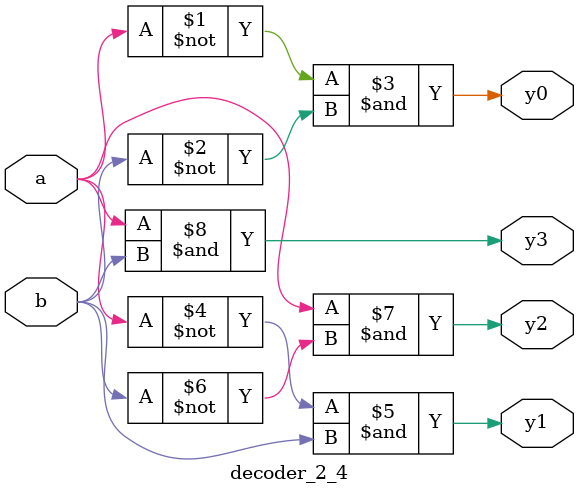
<source format=v>
module decoder_2_4(a,b,y0,y1,y2,y3);
input a,b;
output y0,y1,y2,y3;

assign y0 = ~a & ~b;
assign y1 = ~a & b;
assign y2 = a & ~b;
assign y3 = a & b;

endmodule

</source>
